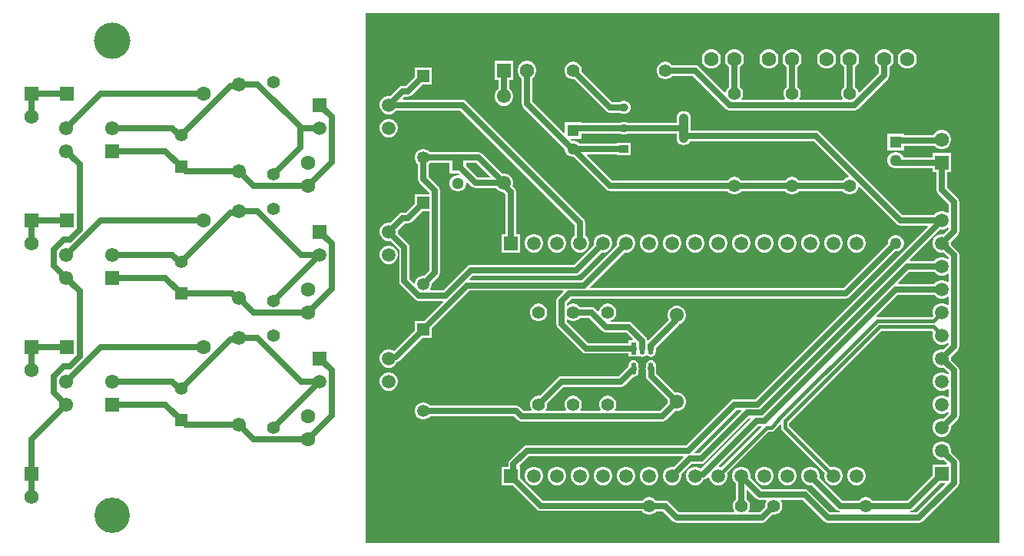
<source format=gbl>
G04*
G04 #@! TF.GenerationSoftware,Altium Limited,Altium Designer,18.0.7 (293)*
G04*
G04 Layer_Physical_Order=2*
G04 Layer_Color=16711680*
%FSLAX24Y24*%
%MOIN*%
G70*
G01*
G75*
%ADD16R,0.0610X0.0610*%
%ADD17C,0.0610*%
%ADD33R,0.0618X0.0618*%
%ADD34R,0.0618X0.0618*%
%ADD35C,0.0618*%
%ADD38C,0.0250*%
%ADD39C,0.1575*%
%ADD40C,0.1535*%
%ADD41R,0.0598X0.0598*%
%ADD42C,0.0598*%
%ADD43C,0.0551*%
%ADD44R,0.0531X0.0531*%
%ADD45C,0.0531*%
%ADD46C,0.0630*%
%ADD47R,0.0630X0.0630*%
%ADD48C,0.0512*%
%ADD49R,0.0512X0.0512*%
%ADD50R,0.0598X0.0598*%
%ADD51C,0.0591*%
%ADD52R,0.0591X0.0591*%
%ADD53R,0.0551X0.0551*%
%ADD54C,0.0500*%
%ADD55R,0.0395X0.0343*%
G04:AMPARAMS|DCode=56|XSize=39.5mil|YSize=125.3mil|CornerRadius=17.2mil|HoleSize=0mil|Usage=FLASHONLY|Rotation=0.000|XOffset=0mil|YOffset=0mil|HoleType=Round|Shape=RoundedRectangle|*
%AMROUNDEDRECTD56*
21,1,0.0395,0.0909,0,0,0.0*
21,1,0.0051,0.1253,0,0,0.0*
1,1,0.0344,0.0026,-0.0454*
1,1,0.0344,-0.0026,-0.0454*
1,1,0.0344,-0.0026,0.0454*
1,1,0.0344,0.0026,0.0454*
%
%ADD56ROUNDEDRECTD56*%
G04:AMPARAMS|DCode=57|XSize=39.5mil|YSize=34.3mil|CornerRadius=17.2mil|HoleSize=0mil|Usage=FLASHONLY|Rotation=0.000|XOffset=0mil|YOffset=0mil|HoleType=Round|Shape=RoundedRectangle|*
%AMROUNDEDRECTD57*
21,1,0.0395,0.0000,0,0,0.0*
21,1,0.0052,0.0343,0,0,0.0*
1,1,0.0343,0.0026,0.0000*
1,1,0.0343,-0.0026,0.0000*
1,1,0.0343,-0.0026,0.0000*
1,1,0.0343,0.0026,0.0000*
%
%ADD57ROUNDEDRECTD57*%
G04:AMPARAMS|DCode=58|XSize=52.7mil|YSize=22.8mil|CornerRadius=11.4mil|HoleSize=0mil|Usage=FLASHONLY|Rotation=270.000|XOffset=0mil|YOffset=0mil|HoleType=Round|Shape=RoundedRectangle|*
%AMROUNDEDRECTD58*
21,1,0.0527,0.0000,0,0,270.0*
21,1,0.0299,0.0228,0,0,270.0*
1,1,0.0228,0.0000,-0.0150*
1,1,0.0228,0.0000,0.0150*
1,1,0.0228,0.0000,0.0150*
1,1,0.0228,0.0000,-0.0150*
%
%ADD58ROUNDEDRECTD58*%
%ADD59R,0.0228X0.0527*%
%ADD60C,0.0150*%
G36*
X44000Y0D02*
X16500D01*
Y23000D01*
X44000D01*
Y0D01*
D02*
G37*
%LPC*%
G36*
X40055Y21415D02*
X39945D01*
X39840Y21387D01*
X39745Y21332D01*
X39668Y21255D01*
X39613Y21160D01*
X39585Y21055D01*
Y20945D01*
X39613Y20840D01*
X39668Y20745D01*
X39745Y20668D01*
X39840Y20613D01*
X39945Y20585D01*
X40055D01*
X40160Y20613D01*
X40255Y20668D01*
X40332Y20745D01*
X40387Y20840D01*
X40415Y20945D01*
Y21055D01*
X40387Y21160D01*
X40332Y21255D01*
X40255Y21332D01*
X40160Y21387D01*
X40055Y21415D01*
D02*
G37*
G36*
X36555D02*
X36445D01*
X36340Y21387D01*
X36245Y21332D01*
X36168Y21255D01*
X36113Y21160D01*
X36085Y21055D01*
Y20945D01*
X36113Y20840D01*
X36168Y20745D01*
X36245Y20668D01*
X36340Y20613D01*
X36445Y20585D01*
X36555D01*
X36660Y20613D01*
X36755Y20668D01*
X36832Y20745D01*
X36887Y20840D01*
X36915Y20945D01*
Y21055D01*
X36887Y21160D01*
X36832Y21255D01*
X36755Y21332D01*
X36660Y21387D01*
X36555Y21415D01*
D02*
G37*
G36*
X34055D02*
X33945D01*
X33840Y21387D01*
X33745Y21332D01*
X33668Y21255D01*
X33613Y21160D01*
X33585Y21055D01*
Y20945D01*
X33613Y20840D01*
X33668Y20745D01*
X33745Y20668D01*
X33840Y20613D01*
X33945Y20585D01*
X34055D01*
X34160Y20613D01*
X34255Y20668D01*
X34332Y20745D01*
X34387Y20840D01*
X34415Y20945D01*
Y21055D01*
X34387Y21160D01*
X34332Y21255D01*
X34255Y21332D01*
X34160Y21387D01*
X34055Y21415D01*
D02*
G37*
G36*
X31555D02*
X31445D01*
X31340Y21387D01*
X31245Y21332D01*
X31168Y21255D01*
X31113Y21160D01*
X31085Y21055D01*
Y20945D01*
X31113Y20840D01*
X31168Y20745D01*
X31245Y20668D01*
X31340Y20613D01*
X31445Y20585D01*
X31555D01*
X31660Y20613D01*
X31755Y20668D01*
X31832Y20745D01*
X31887Y20840D01*
X31915Y20945D01*
Y21055D01*
X31887Y21160D01*
X31832Y21255D01*
X31755Y21332D01*
X31660Y21387D01*
X31555Y21415D01*
D02*
G37*
G36*
X39055D02*
X38945D01*
X38840Y21387D01*
X38745Y21332D01*
X38668Y21255D01*
X38613Y21160D01*
X38585Y21055D01*
Y20945D01*
X38613Y20840D01*
X38668Y20745D01*
X38745Y20668D01*
X38771Y20653D01*
Y20387D01*
X37921Y19537D01*
X37873Y19560D01*
X37850Y19645D01*
X37801Y19731D01*
X37731Y19801D01*
X37729Y19801D01*
Y20653D01*
X37755Y20668D01*
X37832Y20745D01*
X37887Y20840D01*
X37915Y20945D01*
Y21055D01*
X37887Y21160D01*
X37832Y21255D01*
X37755Y21332D01*
X37660Y21387D01*
X37555Y21415D01*
X37445D01*
X37340Y21387D01*
X37245Y21332D01*
X37168Y21255D01*
X37113Y21160D01*
X37085Y21055D01*
Y20945D01*
X37113Y20840D01*
X37168Y20745D01*
X37245Y20668D01*
X37271Y20653D01*
Y19801D01*
X37269Y19801D01*
X37199Y19731D01*
X37150Y19645D01*
X37124Y19549D01*
Y19451D01*
X37150Y19355D01*
X37194Y19279D01*
X37176Y19229D01*
X35324D01*
X35306Y19279D01*
X35350Y19355D01*
X35376Y19451D01*
Y19549D01*
X35350Y19645D01*
X35301Y19731D01*
X35231Y19801D01*
X35229Y19801D01*
Y20653D01*
X35255Y20668D01*
X35332Y20745D01*
X35387Y20840D01*
X35415Y20945D01*
Y21055D01*
X35387Y21160D01*
X35332Y21255D01*
X35255Y21332D01*
X35160Y21387D01*
X35055Y21415D01*
X34945D01*
X34840Y21387D01*
X34745Y21332D01*
X34668Y21255D01*
X34613Y21160D01*
X34585Y21055D01*
Y20945D01*
X34613Y20840D01*
X34668Y20745D01*
X34745Y20668D01*
X34771Y20653D01*
Y19801D01*
X34769Y19801D01*
X34699Y19731D01*
X34650Y19645D01*
X34624Y19549D01*
Y19451D01*
X34650Y19355D01*
X34694Y19279D01*
X34676Y19229D01*
X32824D01*
X32806Y19279D01*
X32850Y19355D01*
X32876Y19451D01*
Y19549D01*
X32850Y19645D01*
X32801Y19731D01*
X32731Y19801D01*
X32729Y19801D01*
Y20653D01*
X32755Y20668D01*
X32832Y20745D01*
X32887Y20840D01*
X32915Y20945D01*
Y21055D01*
X32887Y21160D01*
X32832Y21255D01*
X32755Y21332D01*
X32660Y21387D01*
X32555Y21415D01*
X32445D01*
X32340Y21387D01*
X32245Y21332D01*
X32168Y21255D01*
X32113Y21160D01*
X32085Y21055D01*
Y20945D01*
X32113Y20840D01*
X32168Y20745D01*
X32245Y20668D01*
X32271Y20653D01*
Y19801D01*
X32269Y19801D01*
X32199Y19731D01*
X32150Y19645D01*
X32127Y19560D01*
X32079Y19537D01*
X30954Y20662D01*
X30880Y20712D01*
X30792Y20729D01*
X29801D01*
X29801Y20731D01*
X29731Y20801D01*
X29645Y20850D01*
X29549Y20876D01*
X29451D01*
X29355Y20850D01*
X29269Y20801D01*
X29199Y20731D01*
X29150Y20645D01*
X29124Y20549D01*
Y20451D01*
X29150Y20355D01*
X29199Y20269D01*
X29269Y20199D01*
X29355Y20150D01*
X29451Y20124D01*
X29549D01*
X29645Y20150D01*
X29731Y20199D01*
X29801Y20269D01*
X29801Y20271D01*
X30697D01*
X32130Y18837D01*
X32205Y18787D01*
X32293Y18770D01*
X37707D01*
X37795Y18787D01*
X37870Y18837D01*
X39162Y20130D01*
X39212Y20204D01*
X39229Y20292D01*
Y20653D01*
X39255Y20668D01*
X39332Y20745D01*
X39387Y20840D01*
X39415Y20945D01*
Y21055D01*
X39387Y21160D01*
X39332Y21255D01*
X39255Y21332D01*
X39160Y21387D01*
X39055Y21415D01*
D02*
G37*
G36*
X19366Y20637D02*
X18634D01*
Y20230D01*
X18231Y19827D01*
X18098D01*
X18010Y19810D01*
X17936Y19760D01*
X17567Y19391D01*
X17552Y19395D01*
X17448D01*
X17347Y19368D01*
X17257Y19316D01*
X17184Y19243D01*
X17132Y19153D01*
X17105Y19052D01*
Y18948D01*
X17132Y18847D01*
X17184Y18757D01*
X17257Y18684D01*
X17347Y18632D01*
X17448Y18605D01*
X17552D01*
X17653Y18632D01*
X17743Y18684D01*
X17816Y18757D01*
X17824Y18771D01*
X20605D01*
X25571Y13805D01*
Y13329D01*
X25555Y13319D01*
X25481Y13245D01*
X25428Y13154D01*
X25401Y13053D01*
Y12947D01*
X25428Y12846D01*
X25481Y12755D01*
X25555Y12681D01*
X25646Y12628D01*
X25747Y12601D01*
X25853D01*
X25954Y12628D01*
X26045Y12681D01*
X26119Y12755D01*
X26172Y12846D01*
X26199Y12947D01*
Y13053D01*
X26172Y13154D01*
X26119Y13245D01*
X26045Y13319D01*
X26029Y13329D01*
Y13900D01*
X26012Y13988D01*
X25962Y14062D01*
X20862Y19162D01*
X20788Y19212D01*
X20700Y19229D01*
X18119D01*
X18100Y19276D01*
X18193Y19369D01*
X18326D01*
X18414Y19386D01*
X18489Y19436D01*
X18959Y19906D01*
X19366D01*
Y20637D01*
D02*
G37*
G36*
X22909Y20909D02*
X22091D01*
Y20091D01*
X22271D01*
Y19713D01*
X22251Y19702D01*
X22176Y19627D01*
X22122Y19534D01*
X22095Y19431D01*
Y19325D01*
X22122Y19222D01*
X22176Y19129D01*
X22251Y19054D01*
X22344Y19000D01*
X22447Y18973D01*
X22553D01*
X22656Y19000D01*
X22749Y19054D01*
X22824Y19129D01*
X22878Y19222D01*
X22905Y19325D01*
Y19431D01*
X22878Y19534D01*
X22824Y19627D01*
X22749Y19702D01*
X22729Y19713D01*
Y20091D01*
X22909D01*
Y20909D01*
D02*
G37*
G36*
X25549Y20876D02*
X25451D01*
X25355Y20850D01*
X25269Y20801D01*
X25199Y20731D01*
X25150Y20645D01*
X25124Y20549D01*
Y20451D01*
X25150Y20355D01*
X25199Y20269D01*
X25269Y20199D01*
X25355Y20150D01*
X25451Y20124D01*
X25549D01*
X25551Y20125D01*
X26936Y18739D01*
X27011Y18690D01*
X27098Y18672D01*
X27529D01*
X27540Y18664D01*
X27606Y18637D01*
X27677Y18628D01*
X27729D01*
X27800Y18637D01*
X27866Y18664D01*
X27923Y18708D01*
X27966Y18765D01*
X27993Y18831D01*
X28003Y18902D01*
X27993Y18973D01*
X27966Y19039D01*
X27923Y19095D01*
X27866Y19139D01*
X27800Y19166D01*
X27729Y19176D01*
X27677D01*
X27606Y19166D01*
X27540Y19139D01*
X27529Y19131D01*
X27193D01*
X25875Y20449D01*
X25876Y20451D01*
Y20549D01*
X25850Y20645D01*
X25801Y20731D01*
X25731Y20801D01*
X25645Y20850D01*
X25549Y20876D01*
D02*
G37*
G36*
X41554Y17909D02*
X41446D01*
X41342Y17881D01*
X41249Y17827D01*
X41173Y17751D01*
X41129Y17676D01*
X39856D01*
Y17750D01*
X39144D01*
Y17038D01*
X39856D01*
Y17217D01*
X41204D01*
X41249Y17173D01*
X41342Y17119D01*
X41446Y17091D01*
X41554D01*
X41658Y17119D01*
X41751Y17173D01*
X41827Y17249D01*
X41881Y17342D01*
X41909Y17446D01*
Y17554D01*
X41881Y17658D01*
X41827Y17751D01*
X41751Y17827D01*
X41658Y17881D01*
X41554Y17909D01*
D02*
G37*
G36*
X17552Y18395D02*
X17448D01*
X17347Y18368D01*
X17257Y18316D01*
X17184Y18243D01*
X17132Y18153D01*
X17105Y18052D01*
Y17948D01*
X17132Y17847D01*
X17184Y17757D01*
X17257Y17684D01*
X17347Y17632D01*
X17448Y17605D01*
X17552D01*
X17653Y17632D01*
X17743Y17684D01*
X17816Y17757D01*
X17868Y17847D01*
X17895Y17948D01*
Y18052D01*
X17868Y18153D01*
X17816Y18243D01*
X17743Y18316D01*
X17653Y18368D01*
X17552Y18395D01*
D02*
G37*
G36*
X37853Y13399D02*
X37747D01*
X37646Y13372D01*
X37555Y13319D01*
X37481Y13245D01*
X37428Y13154D01*
X37401Y13053D01*
Y12947D01*
X37428Y12846D01*
X37481Y12755D01*
X37555Y12681D01*
X37646Y12628D01*
X37747Y12601D01*
X37853D01*
X37954Y12628D01*
X38045Y12681D01*
X38119Y12755D01*
X38172Y12846D01*
X38199Y12947D01*
Y13053D01*
X38172Y13154D01*
X38119Y13245D01*
X38045Y13319D01*
X37954Y13372D01*
X37853Y13399D01*
D02*
G37*
G36*
X36853D02*
X36747D01*
X36646Y13372D01*
X36555Y13319D01*
X36481Y13245D01*
X36428Y13154D01*
X36401Y13053D01*
Y12947D01*
X36428Y12846D01*
X36481Y12755D01*
X36555Y12681D01*
X36646Y12628D01*
X36747Y12601D01*
X36853D01*
X36954Y12628D01*
X37045Y12681D01*
X37119Y12755D01*
X37172Y12846D01*
X37199Y12947D01*
Y13053D01*
X37172Y13154D01*
X37119Y13245D01*
X37045Y13319D01*
X36954Y13372D01*
X36853Y13399D01*
D02*
G37*
G36*
X35853D02*
X35747D01*
X35646Y13372D01*
X35555Y13319D01*
X35481Y13245D01*
X35428Y13154D01*
X35401Y13053D01*
Y12947D01*
X35428Y12846D01*
X35481Y12755D01*
X35555Y12681D01*
X35646Y12628D01*
X35747Y12601D01*
X35853D01*
X35954Y12628D01*
X36045Y12681D01*
X36119Y12755D01*
X36172Y12846D01*
X36199Y12947D01*
Y13053D01*
X36172Y13154D01*
X36119Y13245D01*
X36045Y13319D01*
X35954Y13372D01*
X35853Y13399D01*
D02*
G37*
G36*
X34853D02*
X34747D01*
X34646Y13372D01*
X34555Y13319D01*
X34481Y13245D01*
X34428Y13154D01*
X34401Y13053D01*
Y12947D01*
X34428Y12846D01*
X34481Y12755D01*
X34555Y12681D01*
X34646Y12628D01*
X34747Y12601D01*
X34853D01*
X34954Y12628D01*
X35045Y12681D01*
X35119Y12755D01*
X35172Y12846D01*
X35199Y12947D01*
Y13053D01*
X35172Y13154D01*
X35119Y13245D01*
X35045Y13319D01*
X34954Y13372D01*
X34853Y13399D01*
D02*
G37*
G36*
X33853D02*
X33747D01*
X33646Y13372D01*
X33555Y13319D01*
X33481Y13245D01*
X33428Y13154D01*
X33401Y13053D01*
Y12947D01*
X33428Y12846D01*
X33481Y12755D01*
X33555Y12681D01*
X33646Y12628D01*
X33747Y12601D01*
X33853D01*
X33954Y12628D01*
X34045Y12681D01*
X34119Y12755D01*
X34172Y12846D01*
X34199Y12947D01*
Y13053D01*
X34172Y13154D01*
X34119Y13245D01*
X34045Y13319D01*
X33954Y13372D01*
X33853Y13399D01*
D02*
G37*
G36*
X32853D02*
X32747D01*
X32646Y13372D01*
X32555Y13319D01*
X32481Y13245D01*
X32428Y13154D01*
X32401Y13053D01*
Y12947D01*
X32428Y12846D01*
X32481Y12755D01*
X32555Y12681D01*
X32646Y12628D01*
X32747Y12601D01*
X32853D01*
X32954Y12628D01*
X33045Y12681D01*
X33119Y12755D01*
X33172Y12846D01*
X33199Y12947D01*
Y13053D01*
X33172Y13154D01*
X33119Y13245D01*
X33045Y13319D01*
X32954Y13372D01*
X32853Y13399D01*
D02*
G37*
G36*
X31853D02*
X31747D01*
X31646Y13372D01*
X31555Y13319D01*
X31481Y13245D01*
X31428Y13154D01*
X31401Y13053D01*
Y12947D01*
X31428Y12846D01*
X31481Y12755D01*
X31555Y12681D01*
X31646Y12628D01*
X31747Y12601D01*
X31853D01*
X31954Y12628D01*
X32045Y12681D01*
X32119Y12755D01*
X32172Y12846D01*
X32199Y12947D01*
Y13053D01*
X32172Y13154D01*
X32119Y13245D01*
X32045Y13319D01*
X31954Y13372D01*
X31853Y13399D01*
D02*
G37*
G36*
X30853D02*
X30747D01*
X30646Y13372D01*
X30555Y13319D01*
X30481Y13245D01*
X30428Y13154D01*
X30401Y13053D01*
Y12947D01*
X30428Y12846D01*
X30481Y12755D01*
X30555Y12681D01*
X30646Y12628D01*
X30747Y12601D01*
X30853D01*
X30954Y12628D01*
X31045Y12681D01*
X31119Y12755D01*
X31172Y12846D01*
X31199Y12947D01*
Y13053D01*
X31172Y13154D01*
X31119Y13245D01*
X31045Y13319D01*
X30954Y13372D01*
X30853Y13399D01*
D02*
G37*
G36*
X29853D02*
X29747D01*
X29646Y13372D01*
X29555Y13319D01*
X29481Y13245D01*
X29428Y13154D01*
X29401Y13053D01*
Y12947D01*
X29428Y12846D01*
X29481Y12755D01*
X29555Y12681D01*
X29646Y12628D01*
X29747Y12601D01*
X29853D01*
X29954Y12628D01*
X30045Y12681D01*
X30119Y12755D01*
X30172Y12846D01*
X30199Y12947D01*
Y13053D01*
X30172Y13154D01*
X30119Y13245D01*
X30045Y13319D01*
X29954Y13372D01*
X29853Y13399D01*
D02*
G37*
G36*
X28853D02*
X28747D01*
X28646Y13372D01*
X28555Y13319D01*
X28481Y13245D01*
X28428Y13154D01*
X28401Y13053D01*
Y12947D01*
X28428Y12846D01*
X28481Y12755D01*
X28555Y12681D01*
X28646Y12628D01*
X28747Y12601D01*
X28853D01*
X28954Y12628D01*
X29045Y12681D01*
X29119Y12755D01*
X29172Y12846D01*
X29199Y12947D01*
Y13053D01*
X29172Y13154D01*
X29119Y13245D01*
X29045Y13319D01*
X28954Y13372D01*
X28853Y13399D01*
D02*
G37*
G36*
X24853D02*
X24747D01*
X24646Y13372D01*
X24555Y13319D01*
X24481Y13245D01*
X24428Y13154D01*
X24401Y13053D01*
Y12947D01*
X24428Y12846D01*
X24481Y12755D01*
X24555Y12681D01*
X24646Y12628D01*
X24747Y12601D01*
X24853D01*
X24954Y12628D01*
X25045Y12681D01*
X25119Y12755D01*
X25172Y12846D01*
X25199Y12947D01*
Y13053D01*
X25172Y13154D01*
X25119Y13245D01*
X25045Y13319D01*
X24954Y13372D01*
X24853Y13399D01*
D02*
G37*
G36*
X23853D02*
X23747D01*
X23646Y13372D01*
X23555Y13319D01*
X23481Y13245D01*
X23428Y13154D01*
X23401Y13053D01*
Y12947D01*
X23428Y12846D01*
X23481Y12755D01*
X23555Y12681D01*
X23646Y12628D01*
X23747Y12601D01*
X23853D01*
X23954Y12628D01*
X24045Y12681D01*
X24119Y12755D01*
X24172Y12846D01*
X24199Y12947D01*
Y13053D01*
X24172Y13154D01*
X24119Y13245D01*
X24045Y13319D01*
X23954Y13372D01*
X23853Y13399D01*
D02*
G37*
G36*
X19048Y17094D02*
X18952D01*
X18859Y17069D01*
X18775Y17021D01*
X18707Y16953D01*
X18659Y16870D01*
X18634Y16776D01*
Y16680D01*
X18659Y16587D01*
X18707Y16504D01*
X18771Y16441D01*
Y15778D01*
X18788Y15690D01*
X18838Y15616D01*
X19261Y15192D01*
Y15137D01*
X18634D01*
Y14730D01*
X18231Y14327D01*
X18098D01*
X18010Y14310D01*
X17936Y14260D01*
X17567Y13891D01*
X17552Y13895D01*
X17448D01*
X17347Y13868D01*
X17257Y13816D01*
X17184Y13743D01*
X17132Y13653D01*
X17105Y13552D01*
Y13448D01*
X17132Y13347D01*
X17184Y13257D01*
X17257Y13184D01*
X17347Y13132D01*
X17448Y13105D01*
X17552D01*
X17567Y13109D01*
X17952Y12724D01*
Y11353D01*
X17969Y11266D01*
X18019Y11191D01*
X18635Y10575D01*
X18709Y10526D01*
X18797Y10508D01*
X19847D01*
X19866Y10462D01*
X19041Y9637D01*
X18634D01*
Y9230D01*
X17728Y8325D01*
X17653Y8368D01*
X17552Y8395D01*
X17448D01*
X17347Y8368D01*
X17257Y8316D01*
X17184Y8243D01*
X17132Y8153D01*
X17105Y8052D01*
Y7948D01*
X17132Y7847D01*
X17184Y7757D01*
X17257Y7684D01*
X17347Y7632D01*
X17448Y7605D01*
X17552D01*
X17653Y7632D01*
X17743Y7684D01*
X17816Y7757D01*
X17868Y7847D01*
X17869Y7851D01*
X17881Y7853D01*
X17956Y7903D01*
X18959Y8906D01*
X19366D01*
Y9313D01*
X20996Y10943D01*
X25053D01*
X25072Y10897D01*
X24837Y10662D01*
X24787Y10588D01*
X24770Y10500D01*
Y9793D01*
X24771Y9790D01*
Y9500D01*
X24788Y9412D01*
X24838Y9338D01*
X25898Y8277D01*
X25973Y8228D01*
X26061Y8210D01*
X27912D01*
Y8076D01*
X28340D01*
Y8080D01*
X28390Y8106D01*
X28417Y8088D01*
X28500Y8072D01*
X28583Y8088D01*
X28654Y8136D01*
X28662Y8147D01*
X28712D01*
X28720Y8136D01*
X28791Y8088D01*
X28874Y8072D01*
X28957Y8088D01*
X29028Y8136D01*
X29075Y8206D01*
X29092Y8290D01*
Y8382D01*
X29103Y8439D01*
Y8472D01*
X30093Y9462D01*
X30111Y9488D01*
X30156Y9500D01*
X30249Y9554D01*
X30324Y9629D01*
X30378Y9722D01*
X30405Y9825D01*
Y9931D01*
X30378Y10034D01*
X30324Y10127D01*
X30249Y10202D01*
X30156Y10255D01*
X30053Y10283D01*
X29947D01*
X29844Y10255D01*
X29751Y10202D01*
X29676Y10127D01*
X29622Y10034D01*
X29595Y9931D01*
Y9825D01*
X29622Y9722D01*
X29653Y9670D01*
X28767Y8784D01*
X28713Y8800D01*
X28701Y8860D01*
X28651Y8934D01*
X28054Y9531D01*
X27979Y9581D01*
X27892Y9599D01*
X27146D01*
X27140Y9649D01*
X27145Y9650D01*
X27231Y9699D01*
X27301Y9769D01*
X27350Y9855D01*
X27376Y9951D01*
Y10049D01*
X27350Y10145D01*
X27301Y10231D01*
X27231Y10301D01*
X27145Y10350D01*
X27049Y10376D01*
X26951D01*
X26855Y10350D01*
X26769Y10301D01*
X26699Y10231D01*
X26650Y10145D01*
X26627Y10060D01*
X26579Y10037D01*
X26454Y10162D01*
X26380Y10212D01*
X26292Y10229D01*
X25801D01*
X25801Y10231D01*
X25731Y10301D01*
X25645Y10350D01*
X25549Y10376D01*
X25451D01*
X25355Y10350D01*
X25279Y10306D01*
X25229Y10324D01*
Y10405D01*
X25417Y10593D01*
X37323D01*
X37411Y10611D01*
X37485Y10661D01*
X39474Y12650D01*
X39546D01*
X39635Y12674D01*
X39715Y12720D01*
X39780Y12785D01*
X39826Y12865D01*
X39850Y12954D01*
Y13046D01*
X39826Y13135D01*
X39780Y13215D01*
X39715Y13280D01*
X39635Y13326D01*
X39546Y13350D01*
X39454D01*
X39365Y13326D01*
X39285Y13280D01*
X39220Y13215D01*
X39174Y13135D01*
X39150Y13046D01*
Y12974D01*
X37228Y11052D01*
X26242D01*
X26223Y11098D01*
X27730Y12605D01*
X27747Y12601D01*
X27853D01*
X27954Y12628D01*
X28045Y12681D01*
X28119Y12755D01*
X28172Y12846D01*
X28199Y12947D01*
Y13053D01*
X28172Y13154D01*
X28119Y13245D01*
X28045Y13319D01*
X27954Y13372D01*
X27853Y13399D01*
X27747D01*
X27646Y13372D01*
X27555Y13319D01*
X27481Y13245D01*
X27428Y13154D01*
X27401Y13053D01*
Y12947D01*
X27405Y12930D01*
X25878Y11402D01*
X21025D01*
X21006Y11448D01*
X21164Y11606D01*
X25635D01*
X25723Y11624D01*
X25798Y11673D01*
X26730Y12605D01*
X26747Y12601D01*
X26853D01*
X26954Y12628D01*
X27045Y12681D01*
X27119Y12755D01*
X27172Y12846D01*
X27199Y12947D01*
Y13053D01*
X27172Y13154D01*
X27119Y13245D01*
X27045Y13319D01*
X26954Y13372D01*
X26853Y13399D01*
X26747D01*
X26646Y13372D01*
X26555Y13319D01*
X26481Y13245D01*
X26428Y13154D01*
X26401Y13053D01*
Y12947D01*
X26405Y12930D01*
X25540Y12065D01*
X21069D01*
X20981Y12047D01*
X20907Y11998D01*
X19876Y10967D01*
X19321D01*
X19300Y11017D01*
X19341Y11087D01*
X19366Y11180D01*
Y11270D01*
X19653Y11557D01*
X19703Y11631D01*
X19720Y11719D01*
Y15287D01*
X19703Y15375D01*
X19653Y15449D01*
X19229Y15873D01*
Y16441D01*
X19288Y16499D01*
X20144D01*
Y16038D01*
X20530D01*
X20559Y16003D01*
X20534Y15962D01*
X20453D01*
X20363Y15938D01*
X20281Y15891D01*
X20215Y15825D01*
X20168Y15744D01*
X20144Y15653D01*
Y15559D01*
X20168Y15469D01*
X20215Y15388D01*
X20281Y15322D01*
X20363Y15275D01*
X20453Y15250D01*
X20547D01*
X20637Y15275D01*
X20719Y15322D01*
X20785Y15388D01*
X20832Y15469D01*
X20856Y15559D01*
Y15643D01*
X20899Y15671D01*
X21109Y15460D01*
X21184Y15410D01*
X21272Y15393D01*
X22165D01*
X22176Y15373D01*
X22251Y15298D01*
X22344Y15245D01*
X22447Y15217D01*
X22483D01*
X22571Y15130D01*
Y13399D01*
X22401D01*
Y12601D01*
X23199D01*
Y13399D01*
X23029D01*
Y15225D01*
X23012Y15312D01*
X22962Y15387D01*
X22879Y15470D01*
X22905Y15569D01*
Y15675D01*
X22878Y15778D01*
X22824Y15871D01*
X22749Y15946D01*
X22656Y16000D01*
X22553Y16027D01*
X22447D01*
X22425Y16021D01*
X21556Y16891D01*
X21481Y16940D01*
X21394Y16958D01*
X19288D01*
X19225Y17021D01*
X19141Y17069D01*
X19048Y17094D01*
D02*
G37*
G36*
X17552Y12895D02*
X17448D01*
X17347Y12868D01*
X17257Y12816D01*
X17184Y12743D01*
X17132Y12653D01*
X17105Y12552D01*
Y12448D01*
X17132Y12347D01*
X17184Y12257D01*
X17257Y12184D01*
X17347Y12132D01*
X17448Y12105D01*
X17552D01*
X17653Y12132D01*
X17743Y12184D01*
X17816Y12257D01*
X17868Y12347D01*
X17895Y12448D01*
Y12552D01*
X17868Y12653D01*
X17816Y12743D01*
X17743Y12816D01*
X17653Y12868D01*
X17552Y12895D01*
D02*
G37*
G36*
X24049Y10376D02*
X23951D01*
X23855Y10350D01*
X23769Y10301D01*
X23699Y10231D01*
X23650Y10145D01*
X23624Y10049D01*
Y9951D01*
X23650Y9855D01*
X23699Y9769D01*
X23769Y9699D01*
X23855Y9650D01*
X23951Y9624D01*
X24049D01*
X24145Y9650D01*
X24231Y9699D01*
X24301Y9769D01*
X24350Y9855D01*
X24376Y9951D01*
Y10049D01*
X24350Y10145D01*
X24301Y10231D01*
X24231Y10301D01*
X24145Y10350D01*
X24049Y10376D01*
D02*
G37*
G36*
X23554Y20909D02*
X23446D01*
X23342Y20881D01*
X23249Y20827D01*
X23173Y20751D01*
X23119Y20658D01*
X23091Y20554D01*
Y20446D01*
X23119Y20342D01*
X23173Y20249D01*
X23249Y20173D01*
X23271Y20160D01*
Y19064D01*
X23288Y18976D01*
X23338Y18901D01*
X25144Y17095D01*
Y17059D01*
X25168Y16969D01*
X25215Y16888D01*
X25281Y16822D01*
X25363Y16775D01*
X25453Y16750D01*
X25531D01*
X26944Y15338D01*
X27019Y15288D01*
X27106Y15271D01*
X32199D01*
X32199Y15269D01*
X32269Y15199D01*
X32355Y15150D01*
X32451Y15124D01*
X32549D01*
X32645Y15150D01*
X32731Y15199D01*
X32801Y15269D01*
X32801Y15271D01*
X34699D01*
X34699Y15269D01*
X34769Y15199D01*
X34855Y15150D01*
X34951Y15124D01*
X35049D01*
X35145Y15150D01*
X35231Y15199D01*
X35301Y15269D01*
X35301Y15271D01*
X37199D01*
X37199Y15269D01*
X37269Y15199D01*
X37355Y15150D01*
X37451Y15124D01*
X37549D01*
X37645Y15150D01*
X37731Y15199D01*
X37801Y15269D01*
X37850Y15355D01*
X37873Y15440D01*
X37921Y15463D01*
X39546Y13838D01*
X39620Y13788D01*
X39708Y13771D01*
X40881D01*
X40900Y13724D01*
X33405Y6229D01*
X32500D01*
X32412Y6212D01*
X32338Y6162D01*
X30405Y4229D01*
X23500D01*
X23412Y4212D01*
X23338Y4162D01*
X22752Y3577D01*
X22702Y3502D01*
X22685Y3414D01*
Y3299D01*
X22401D01*
Y2501D01*
X22875D01*
X23933Y1442D01*
X24008Y1393D01*
X24095Y1375D01*
X28496D01*
X28499Y1369D01*
X28569Y1299D01*
X28655Y1250D01*
X28751Y1224D01*
X28849D01*
X28945Y1250D01*
X29031Y1299D01*
X29101Y1369D01*
X29101Y1371D01*
X29413D01*
X29846Y937D01*
X29921Y887D01*
X30009Y870D01*
X33699D01*
X33787Y887D01*
X33862Y937D01*
X34149Y1225D01*
X34151Y1224D01*
X34249D01*
X34345Y1250D01*
X34431Y1299D01*
X34501Y1369D01*
X34550Y1455D01*
X34576Y1551D01*
Y1649D01*
X34550Y1745D01*
X34506Y1821D01*
X34524Y1871D01*
X35455D01*
X36389Y937D01*
X36463Y887D01*
X36551Y870D01*
X40516D01*
X40604Y887D01*
X40678Y937D01*
X42186Y2445D01*
X42236Y2520D01*
X42254Y2608D01*
Y3476D01*
X42236Y3564D01*
X42186Y3638D01*
X41895Y3930D01*
X41899Y3947D01*
Y4053D01*
X41872Y4154D01*
X41819Y4245D01*
X41745Y4319D01*
X41654Y4372D01*
X41553Y4399D01*
X41447D01*
X41346Y4372D01*
X41255Y4319D01*
X41181Y4245D01*
X41128Y4154D01*
X41101Y4053D01*
Y3947D01*
X41128Y3846D01*
X41181Y3755D01*
X41255Y3681D01*
X41346Y3628D01*
X41447Y3601D01*
X41553D01*
X41570Y3605D01*
X41730Y3445D01*
X41711Y3399D01*
X41101D01*
Y2925D01*
X40005Y1829D01*
X38501D01*
X38501Y1831D01*
X38431Y1901D01*
X38345Y1950D01*
X38249Y1976D01*
X38151D01*
X38055Y1950D01*
X37969Y1901D01*
X37899Y1831D01*
X37899Y1829D01*
X37195D01*
X36195Y2830D01*
X36199Y2847D01*
Y2953D01*
X36172Y3054D01*
X36119Y3145D01*
X36045Y3219D01*
X35954Y3272D01*
X35853Y3299D01*
X35747D01*
X35646Y3272D01*
X35555Y3219D01*
X35481Y3145D01*
X35428Y3054D01*
X35401Y2953D01*
Y2847D01*
X35428Y2746D01*
X35481Y2655D01*
X35555Y2581D01*
X35646Y2528D01*
X35747Y2501D01*
X35853D01*
X35870Y2505D01*
X36938Y1438D01*
X37012Y1388D01*
X37059Y1379D01*
X37054Y1329D01*
X36646D01*
X35712Y2263D01*
X35638Y2313D01*
X35550Y2330D01*
X33694D01*
X33195Y2830D01*
X33199Y2847D01*
Y2953D01*
X33172Y3054D01*
X33119Y3145D01*
X33045Y3219D01*
X32954Y3272D01*
X32853Y3299D01*
X32747D01*
X32646Y3272D01*
X32555Y3219D01*
X32481Y3145D01*
X32428Y3054D01*
X32401Y2953D01*
Y2847D01*
X32428Y2746D01*
X32481Y2655D01*
X32555Y2581D01*
X32571Y2571D01*
Y1901D01*
X32569Y1901D01*
X32499Y1831D01*
X32450Y1745D01*
X32424Y1649D01*
Y1551D01*
X32450Y1455D01*
X32494Y1379D01*
X32476Y1329D01*
X30104D01*
X29670Y1762D01*
X29596Y1812D01*
X29508Y1829D01*
X29101D01*
X29101Y1831D01*
X29031Y1901D01*
X28945Y1950D01*
X28849Y1976D01*
X28751D01*
X28655Y1950D01*
X28569Y1901D01*
X28503Y1834D01*
X24191D01*
X23199Y2825D01*
Y3299D01*
X23194D01*
X23174Y3349D01*
X23595Y3771D01*
X30281D01*
X30300Y3724D01*
X29870Y3295D01*
X29853Y3299D01*
X29747D01*
X29646Y3272D01*
X29555Y3219D01*
X29481Y3145D01*
X29428Y3054D01*
X29401Y2953D01*
Y2847D01*
X29428Y2746D01*
X29481Y2655D01*
X29555Y2581D01*
X29646Y2528D01*
X29747Y2501D01*
X29853D01*
X29954Y2528D01*
X30045Y2581D01*
X30119Y2655D01*
X30172Y2746D01*
X30199Y2847D01*
Y2953D01*
X30195Y2970D01*
X30645Y3421D01*
X31055D01*
X31143Y3438D01*
X31217Y3488D01*
X33143Y5414D01*
X33174Y5410D01*
X33194Y5360D01*
X31049Y3215D01*
X31045Y3219D01*
X30954Y3272D01*
X30853Y3299D01*
X30747D01*
X30646Y3272D01*
X30555Y3219D01*
X30481Y3145D01*
X30428Y3054D01*
X30401Y2953D01*
Y2847D01*
X30428Y2746D01*
X30481Y2655D01*
X30555Y2581D01*
X30646Y2528D01*
X30747Y2501D01*
X30853D01*
X30954Y2528D01*
X31045Y2581D01*
X31119Y2655D01*
X31172Y2746D01*
X31172Y2747D01*
X31213Y2755D01*
X31288Y2804D01*
X31355Y2872D01*
X31401Y2852D01*
Y2847D01*
X31428Y2746D01*
X31481Y2655D01*
X31555Y2581D01*
X31646Y2528D01*
X31747Y2501D01*
X31853D01*
X31954Y2528D01*
X32045Y2581D01*
X32119Y2655D01*
X32172Y2746D01*
X32199Y2847D01*
Y2953D01*
X32179Y3027D01*
X33974Y4822D01*
X34087D01*
X34155Y4835D01*
X34213Y4874D01*
X34475Y5136D01*
X34522Y5117D01*
Y5000D01*
X34535Y4932D01*
X34574Y4874D01*
X36421Y3027D01*
X36401Y2953D01*
Y2847D01*
X36428Y2746D01*
X36481Y2655D01*
X36555Y2581D01*
X36646Y2528D01*
X36747Y2501D01*
X36853D01*
X36954Y2528D01*
X37045Y2581D01*
X37119Y2655D01*
X37172Y2746D01*
X37199Y2847D01*
Y2953D01*
X37172Y3054D01*
X37119Y3145D01*
X37045Y3219D01*
X36954Y3272D01*
X36853Y3299D01*
X36747D01*
X36673Y3279D01*
X34878Y5074D01*
Y5201D01*
X38874Y9197D01*
X41051D01*
X41121Y9127D01*
X41101Y9053D01*
Y8947D01*
X41128Y8846D01*
X41181Y8755D01*
X41255Y8681D01*
X41346Y8628D01*
X41447Y8601D01*
X41553D01*
X41654Y8628D01*
X41745Y8681D01*
X41746Y8681D01*
X41790Y8663D01*
X41794Y8619D01*
X41570Y8395D01*
X41553Y8399D01*
X41447D01*
X41346Y8372D01*
X41255Y8319D01*
X41181Y8245D01*
X41128Y8154D01*
X41101Y8053D01*
Y7947D01*
X41128Y7846D01*
X41181Y7755D01*
X41255Y7681D01*
X41346Y7628D01*
X41447Y7601D01*
X41553D01*
X41570Y7605D01*
X41794Y7381D01*
X41790Y7337D01*
X41746Y7319D01*
X41745Y7319D01*
X41654Y7372D01*
X41553Y7399D01*
X41447D01*
X41346Y7372D01*
X41255Y7319D01*
X41181Y7245D01*
X41128Y7154D01*
X41101Y7053D01*
Y6947D01*
X41128Y6846D01*
X41181Y6755D01*
X41255Y6681D01*
X41346Y6628D01*
X41447Y6601D01*
X41553D01*
X41654Y6628D01*
X41745Y6681D01*
X41749Y6684D01*
X41795Y6665D01*
Y6335D01*
X41749Y6316D01*
X41745Y6319D01*
X41654Y6372D01*
X41553Y6399D01*
X41447D01*
X41346Y6372D01*
X41255Y6319D01*
X41181Y6245D01*
X41128Y6154D01*
X41101Y6053D01*
Y5947D01*
X41128Y5846D01*
X41181Y5755D01*
X41255Y5681D01*
X41346Y5628D01*
X41447Y5601D01*
X41553D01*
X41654Y5628D01*
X41745Y5681D01*
X41746Y5681D01*
X41790Y5663D01*
X41794Y5619D01*
X41570Y5395D01*
X41553Y5399D01*
X41447D01*
X41346Y5372D01*
X41255Y5319D01*
X41181Y5245D01*
X41128Y5154D01*
X41101Y5053D01*
Y4947D01*
X41128Y4846D01*
X41181Y4755D01*
X41255Y4681D01*
X41346Y4628D01*
X41447Y4601D01*
X41553D01*
X41654Y4628D01*
X41745Y4681D01*
X41819Y4755D01*
X41872Y4846D01*
X41899Y4947D01*
Y5053D01*
X41895Y5070D01*
X42186Y5362D01*
X42236Y5436D01*
X42254Y5524D01*
Y7476D01*
X42236Y7564D01*
X42186Y7638D01*
X41895Y7930D01*
X41899Y7947D01*
Y8053D01*
X41895Y8070D01*
X42186Y8362D01*
X42236Y8436D01*
X42254Y8524D01*
Y12476D01*
X42236Y12564D01*
X42186Y12638D01*
X41895Y12930D01*
X41899Y12947D01*
Y13053D01*
X41895Y13070D01*
X42186Y13362D01*
X42236Y13436D01*
X42254Y13524D01*
Y14787D01*
X42236Y14875D01*
X42186Y14950D01*
X41729Y15407D01*
Y16091D01*
X41909D01*
Y16909D01*
X41091D01*
Y16729D01*
X39835D01*
X39832Y16744D01*
X39785Y16825D01*
X39719Y16891D01*
X39637Y16938D01*
X39547Y16962D01*
X39453D01*
X39363Y16938D01*
X39281Y16891D01*
X39215Y16825D01*
X39168Y16744D01*
X39144Y16653D01*
Y16559D01*
X39168Y16469D01*
X39215Y16388D01*
X39281Y16322D01*
X39363Y16275D01*
X39453Y16250D01*
X39547D01*
X39637Y16275D01*
X39642Y16278D01*
X39677Y16271D01*
X41091D01*
Y16091D01*
X41271D01*
Y15312D01*
X41288Y15224D01*
X41338Y15149D01*
X41795Y14692D01*
Y14335D01*
X41749Y14316D01*
X41745Y14319D01*
X41654Y14372D01*
X41553Y14399D01*
X41447D01*
X41346Y14372D01*
X41255Y14319D01*
X41181Y14245D01*
X41171Y14229D01*
X39803D01*
X36200Y17833D01*
X36125Y17883D01*
X36037Y17900D01*
X30597D01*
Y18454D01*
X30588Y18525D01*
X30561Y18592D01*
X30517Y18648D01*
X30460Y18692D01*
X30394Y18719D01*
X30323Y18729D01*
X30272D01*
X30201Y18719D01*
X30134Y18692D01*
X30078Y18648D01*
X30034Y18592D01*
X30007Y18525D01*
X29997Y18454D01*
Y18229D01*
X27876D01*
X27866Y18237D01*
X27800Y18265D01*
X27729Y18274D01*
X27677D01*
X27606Y18265D01*
X27540Y18237D01*
X27506Y18212D01*
X25856D01*
Y18250D01*
X25144D01*
Y17809D01*
X25098Y17790D01*
X23729Y19159D01*
Y20160D01*
X23751Y20173D01*
X23827Y20249D01*
X23881Y20342D01*
X23909Y20446D01*
Y20554D01*
X23881Y20658D01*
X23827Y20751D01*
X23751Y20827D01*
X23658Y20881D01*
X23554Y20909D01*
D02*
G37*
G36*
X28874Y7928D02*
X28791Y7912D01*
X28720Y7864D01*
X28673Y7794D01*
X28656Y7710D01*
Y7618D01*
X28645Y7561D01*
X28656Y7504D01*
Y7237D01*
X28673Y7149D01*
X28723Y7075D01*
X29601Y6197D01*
X29595Y6175D01*
Y6069D01*
X29601Y6047D01*
X29282Y5729D01*
X27324D01*
X27306Y5779D01*
X27350Y5855D01*
X27376Y5951D01*
Y6049D01*
X27350Y6145D01*
X27301Y6231D01*
X27231Y6301D01*
X27145Y6350D01*
X27049Y6376D01*
X26951D01*
X26855Y6350D01*
X26769Y6301D01*
X26699Y6231D01*
X26650Y6145D01*
X26624Y6049D01*
Y5951D01*
X26650Y5855D01*
X26694Y5779D01*
X26676Y5729D01*
X25824D01*
X25806Y5779D01*
X25850Y5855D01*
X25876Y5951D01*
Y6049D01*
X25850Y6145D01*
X25801Y6231D01*
X25731Y6301D01*
X25645Y6350D01*
X25549Y6376D01*
X25451D01*
X25355Y6350D01*
X25269Y6301D01*
X25199Y6231D01*
X25150Y6145D01*
X25124Y6049D01*
Y5951D01*
X25150Y5855D01*
X25194Y5779D01*
X25176Y5729D01*
X24324D01*
X24306Y5779D01*
X24350Y5855D01*
X24376Y5951D01*
Y6049D01*
X24375Y6051D01*
X25095Y6771D01*
X27565D01*
X27653Y6788D01*
X27728Y6838D01*
X28090Y7200D01*
X28126Y7193D01*
X28209Y7210D01*
X28280Y7257D01*
X28327Y7327D01*
X28344Y7411D01*
Y7503D01*
X28355Y7561D01*
X28344Y7618D01*
Y7710D01*
X28327Y7794D01*
X28280Y7864D01*
X28209Y7912D01*
X28126Y7928D01*
X28043Y7912D01*
X27972Y7864D01*
X27925Y7794D01*
X27908Y7710D01*
Y7667D01*
X27470Y7229D01*
X25000D01*
X24912Y7212D01*
X24838Y7162D01*
X24051Y6375D01*
X24049Y6376D01*
X23951D01*
X23855Y6350D01*
X23769Y6301D01*
X23699Y6231D01*
X23650Y6145D01*
X23624Y6049D01*
Y5951D01*
X23650Y5855D01*
X23694Y5779D01*
X23676Y5729D01*
X23351D01*
X23190Y5891D01*
X23115Y5940D01*
X23027Y5958D01*
X19288D01*
X19225Y6021D01*
X19141Y6069D01*
X19048Y6094D01*
X18952D01*
X18859Y6069D01*
X18775Y6021D01*
X18707Y5953D01*
X18659Y5870D01*
X18634Y5776D01*
Y5680D01*
X18659Y5587D01*
X18707Y5504D01*
X18775Y5436D01*
X18859Y5388D01*
X18952Y5363D01*
X19048D01*
X19141Y5388D01*
X19225Y5436D01*
X19288Y5499D01*
X22932D01*
X23094Y5337D01*
X23168Y5287D01*
X23256Y5270D01*
X29377D01*
X29465Y5287D01*
X29540Y5337D01*
X29925Y5723D01*
X29947Y5717D01*
X30053D01*
X30156Y5745D01*
X30249Y5798D01*
X30324Y5873D01*
X30378Y5966D01*
X30405Y6069D01*
Y6175D01*
X30378Y6278D01*
X30324Y6371D01*
X30249Y6446D01*
X30156Y6500D01*
X30053Y6527D01*
X29947D01*
X29925Y6521D01*
X29115Y7332D01*
Y7549D01*
X29097Y7637D01*
X29092Y7645D01*
Y7710D01*
X29075Y7794D01*
X29028Y7864D01*
X28957Y7912D01*
X28874Y7928D01*
D02*
G37*
G36*
X17552Y7395D02*
X17448D01*
X17347Y7368D01*
X17257Y7316D01*
X17184Y7243D01*
X17132Y7153D01*
X17105Y7052D01*
Y6948D01*
X17132Y6847D01*
X17184Y6757D01*
X17257Y6684D01*
X17347Y6632D01*
X17448Y6605D01*
X17552D01*
X17653Y6632D01*
X17743Y6684D01*
X17816Y6757D01*
X17868Y6847D01*
X17895Y6948D01*
Y7052D01*
X17868Y7153D01*
X17816Y7243D01*
X17743Y7316D01*
X17653Y7368D01*
X17552Y7395D01*
D02*
G37*
G36*
X37853Y3299D02*
X37747D01*
X37646Y3272D01*
X37555Y3219D01*
X37481Y3145D01*
X37428Y3054D01*
X37401Y2953D01*
Y2847D01*
X37428Y2746D01*
X37481Y2655D01*
X37555Y2581D01*
X37646Y2528D01*
X37747Y2501D01*
X37853D01*
X37954Y2528D01*
X38045Y2581D01*
X38119Y2655D01*
X38172Y2746D01*
X38199Y2847D01*
Y2953D01*
X38172Y3054D01*
X38119Y3145D01*
X38045Y3219D01*
X37954Y3272D01*
X37853Y3299D01*
D02*
G37*
G36*
X34853D02*
X34747D01*
X34646Y3272D01*
X34555Y3219D01*
X34481Y3145D01*
X34428Y3054D01*
X34401Y2953D01*
Y2847D01*
X34428Y2746D01*
X34481Y2655D01*
X34555Y2581D01*
X34646Y2528D01*
X34747Y2501D01*
X34853D01*
X34954Y2528D01*
X35045Y2581D01*
X35119Y2655D01*
X35172Y2746D01*
X35199Y2847D01*
Y2953D01*
X35172Y3054D01*
X35119Y3145D01*
X35045Y3219D01*
X34954Y3272D01*
X34853Y3299D01*
D02*
G37*
G36*
X33853D02*
X33747D01*
X33646Y3272D01*
X33555Y3219D01*
X33481Y3145D01*
X33428Y3054D01*
X33401Y2953D01*
Y2847D01*
X33428Y2746D01*
X33481Y2655D01*
X33555Y2581D01*
X33646Y2528D01*
X33747Y2501D01*
X33853D01*
X33954Y2528D01*
X34045Y2581D01*
X34119Y2655D01*
X34172Y2746D01*
X34199Y2847D01*
Y2953D01*
X34172Y3054D01*
X34119Y3145D01*
X34045Y3219D01*
X33954Y3272D01*
X33853Y3299D01*
D02*
G37*
G36*
X28853D02*
X28747D01*
X28646Y3272D01*
X28555Y3219D01*
X28481Y3145D01*
X28428Y3054D01*
X28401Y2953D01*
Y2847D01*
X28428Y2746D01*
X28481Y2655D01*
X28555Y2581D01*
X28646Y2528D01*
X28747Y2501D01*
X28853D01*
X28954Y2528D01*
X29045Y2581D01*
X29119Y2655D01*
X29172Y2746D01*
X29199Y2847D01*
Y2953D01*
X29172Y3054D01*
X29119Y3145D01*
X29045Y3219D01*
X28954Y3272D01*
X28853Y3299D01*
D02*
G37*
G36*
X27853D02*
X27747D01*
X27646Y3272D01*
X27555Y3219D01*
X27481Y3145D01*
X27428Y3054D01*
X27401Y2953D01*
Y2847D01*
X27428Y2746D01*
X27481Y2655D01*
X27555Y2581D01*
X27646Y2528D01*
X27747Y2501D01*
X27853D01*
X27954Y2528D01*
X28045Y2581D01*
X28119Y2655D01*
X28172Y2746D01*
X28199Y2847D01*
Y2953D01*
X28172Y3054D01*
X28119Y3145D01*
X28045Y3219D01*
X27954Y3272D01*
X27853Y3299D01*
D02*
G37*
G36*
X26853D02*
X26747D01*
X26646Y3272D01*
X26555Y3219D01*
X26481Y3145D01*
X26428Y3054D01*
X26401Y2953D01*
Y2847D01*
X26428Y2746D01*
X26481Y2655D01*
X26555Y2581D01*
X26646Y2528D01*
X26747Y2501D01*
X26853D01*
X26954Y2528D01*
X27045Y2581D01*
X27119Y2655D01*
X27172Y2746D01*
X27199Y2847D01*
Y2953D01*
X27172Y3054D01*
X27119Y3145D01*
X27045Y3219D01*
X26954Y3272D01*
X26853Y3299D01*
D02*
G37*
G36*
X25853D02*
X25747D01*
X25646Y3272D01*
X25555Y3219D01*
X25481Y3145D01*
X25428Y3054D01*
X25401Y2953D01*
Y2847D01*
X25428Y2746D01*
X25481Y2655D01*
X25555Y2581D01*
X25646Y2528D01*
X25747Y2501D01*
X25853D01*
X25954Y2528D01*
X26045Y2581D01*
X26119Y2655D01*
X26172Y2746D01*
X26199Y2847D01*
Y2953D01*
X26172Y3054D01*
X26119Y3145D01*
X26045Y3219D01*
X25954Y3272D01*
X25853Y3299D01*
D02*
G37*
G36*
X24853D02*
X24747D01*
X24646Y3272D01*
X24555Y3219D01*
X24481Y3145D01*
X24428Y3054D01*
X24401Y2953D01*
Y2847D01*
X24428Y2746D01*
X24481Y2655D01*
X24555Y2581D01*
X24646Y2528D01*
X24747Y2501D01*
X24853D01*
X24954Y2528D01*
X25045Y2581D01*
X25119Y2655D01*
X25172Y2746D01*
X25199Y2847D01*
Y2953D01*
X25172Y3054D01*
X25119Y3145D01*
X25045Y3219D01*
X24954Y3272D01*
X24853Y3299D01*
D02*
G37*
G36*
X23853D02*
X23747D01*
X23646Y3272D01*
X23555Y3219D01*
X23481Y3145D01*
X23428Y3054D01*
X23401Y2953D01*
Y2847D01*
X23428Y2746D01*
X23481Y2655D01*
X23555Y2581D01*
X23646Y2528D01*
X23747Y2501D01*
X23853D01*
X23954Y2528D01*
X24045Y2581D01*
X24119Y2655D01*
X24172Y2746D01*
X24199Y2847D01*
Y2953D01*
X24172Y3054D01*
X24119Y3145D01*
X24045Y3219D01*
X23954Y3272D01*
X23853Y3299D01*
D02*
G37*
%LPD*%
G36*
X21900Y15898D02*
X21881Y15851D01*
X21367D01*
X20856Y16362D01*
Y16499D01*
X21299D01*
X21900Y15898D01*
D02*
G37*
G36*
X19261Y11814D02*
X19041Y11594D01*
X18952D01*
X18859Y11569D01*
X18775Y11521D01*
X18707Y11453D01*
X18659Y11370D01*
X18638Y11291D01*
X18588Y11270D01*
X18410Y11448D01*
Y12819D01*
X18393Y12907D01*
X18343Y12981D01*
X17891Y13433D01*
X17895Y13448D01*
Y13552D01*
X17891Y13567D01*
X18193Y13869D01*
X18326D01*
X18414Y13886D01*
X18489Y13936D01*
X18959Y14406D01*
X19261D01*
Y11814D01*
D02*
G37*
G36*
X26761Y9207D02*
X26835Y9157D01*
X26923Y9140D01*
X27797D01*
X28087Y8849D01*
X28068Y8803D01*
X27912D01*
Y8669D01*
X26156D01*
X25229Y9595D01*
Y9676D01*
X25279Y9694D01*
X25355Y9650D01*
X25451Y9624D01*
X25549D01*
X25645Y9650D01*
X25731Y9699D01*
X25801Y9769D01*
X25801Y9771D01*
X26197D01*
X26761Y9207D01*
D02*
G37*
G36*
X29997Y17546D02*
X30007Y17475D01*
X30034Y17408D01*
X30078Y17352D01*
X30134Y17308D01*
X30201Y17281D01*
X30272Y17271D01*
X30323D01*
X30394Y17281D01*
X30460Y17308D01*
X30517Y17352D01*
X30561Y17408D01*
X30574Y17441D01*
X35942D01*
X37463Y15921D01*
X37440Y15873D01*
X37355Y15850D01*
X37269Y15801D01*
X37199Y15731D01*
X37199Y15729D01*
X35301D01*
X35301Y15731D01*
X35231Y15801D01*
X35145Y15850D01*
X35049Y15876D01*
X34951D01*
X34855Y15850D01*
X34769Y15801D01*
X34699Y15731D01*
X34699Y15729D01*
X32801D01*
X32801Y15731D01*
X32731Y15801D01*
X32645Y15850D01*
X32549Y15876D01*
X32451D01*
X32355Y15850D01*
X32269Y15801D01*
X32199Y15731D01*
X32199Y15729D01*
X27201D01*
X26104Y16827D01*
X26123Y16873D01*
X27405D01*
Y16827D01*
X28000D01*
Y17370D01*
X27405D01*
Y17332D01*
X25778D01*
X25719Y17391D01*
X25637Y17438D01*
X25547Y17462D01*
X25453D01*
X25432Y17456D01*
X25397Y17492D01*
X25416Y17538D01*
X25856D01*
Y17753D01*
X27564D01*
X27606Y17735D01*
X27677Y17726D01*
X27729D01*
X27800Y17735D01*
X27866Y17763D01*
X27876Y17771D01*
X29997D01*
Y17546D01*
D02*
G37*
G36*
X41790Y13663D02*
X41794Y13619D01*
X41570Y13395D01*
X41553Y13399D01*
X41447D01*
X41346Y13372D01*
X41255Y13319D01*
X41181Y13245D01*
X41128Y13154D01*
X41101Y13053D01*
Y12947D01*
X41128Y12846D01*
X41181Y12755D01*
X41255Y12681D01*
X41346Y12628D01*
X41447Y12601D01*
X41553D01*
X41570Y12605D01*
X41794Y12381D01*
X41790Y12337D01*
X41746Y12319D01*
X41745Y12319D01*
X41654Y12372D01*
X41553Y12399D01*
X41447D01*
X41346Y12372D01*
X41255Y12319D01*
X41181Y12245D01*
X41171Y12229D01*
X40119D01*
X40100Y12276D01*
X41430Y13605D01*
X41447Y13601D01*
X41553D01*
X41654Y13628D01*
X41745Y13681D01*
X41746Y13681D01*
X41790Y13663D01*
D02*
G37*
G36*
X41181Y11755D02*
X41255Y11681D01*
X41346Y11628D01*
X41447Y11601D01*
X41553D01*
X41654Y11628D01*
X41745Y11681D01*
X41749Y11684D01*
X41795Y11665D01*
Y11335D01*
X41749Y11316D01*
X41745Y11319D01*
X41654Y11372D01*
X41553Y11399D01*
X41447D01*
X41346Y11372D01*
X41255Y11319D01*
X41181Y11245D01*
X41171Y11229D01*
X39619D01*
X39600Y11276D01*
X40095Y11771D01*
X41171D01*
X41181Y11755D01*
D02*
G37*
G36*
Y10755D02*
X41255Y10681D01*
X41346Y10628D01*
X41447Y10601D01*
X41553D01*
X41654Y10628D01*
X41745Y10681D01*
X41749Y10684D01*
X41795Y10665D01*
Y10335D01*
X41749Y10316D01*
X41745Y10319D01*
X41654Y10372D01*
X41553Y10399D01*
X41447D01*
X41346Y10372D01*
X41255Y10319D01*
X41181Y10245D01*
X41128Y10154D01*
X41101Y10053D01*
Y9947D01*
X41121Y9873D01*
X41051Y9803D01*
X38699D01*
X38694Y9808D01*
X38674Y9850D01*
X39595Y10771D01*
X41171D01*
X41181Y10755D01*
D02*
G37*
G36*
X32805Y5724D02*
X30960Y3879D01*
X30769D01*
X30750Y3926D01*
X32595Y5771D01*
X32786D01*
X32805Y5724D01*
D02*
G37*
G36*
X33672Y5024D02*
X31927Y3279D01*
X31853Y3299D01*
X31848D01*
X31828Y3345D01*
X33554Y5071D01*
X33653D01*
X33672Y5024D01*
D02*
G37*
G36*
X41647Y2555D02*
X40421Y1329D01*
X40146D01*
X40141Y1379D01*
X40188Y1388D01*
X40262Y1438D01*
X41425Y2601D01*
X41628D01*
X41647Y2555D01*
D02*
G37*
G36*
X33437Y1938D02*
X33512Y1889D01*
X33599Y1871D01*
X33876D01*
X33894Y1821D01*
X33850Y1745D01*
X33824Y1649D01*
Y1551D01*
X33825Y1549D01*
X33604Y1329D01*
X33124D01*
X33106Y1379D01*
X33150Y1455D01*
X33176Y1551D01*
Y1649D01*
X33150Y1745D01*
X33101Y1831D01*
X33031Y1901D01*
X33029Y1901D01*
Y2281D01*
X33076Y2300D01*
X33437Y1938D01*
D02*
G37*
D16*
X5500Y6000D02*
D03*
Y11500D02*
D03*
Y17000D02*
D03*
D17*
Y7000D02*
D03*
X3500Y6000D02*
D03*
Y7000D02*
D03*
X5500Y12500D02*
D03*
X3500Y11500D02*
D03*
Y12500D02*
D03*
X5500Y18000D02*
D03*
X3500D02*
D03*
Y17000D02*
D03*
X11000Y16122D02*
D03*
Y19878D02*
D03*
Y10622D02*
D03*
Y14378D02*
D03*
Y5122D02*
D03*
Y8878D02*
D03*
X30000Y6122D02*
D03*
X22500Y15622D02*
D03*
Y19378D02*
D03*
X30000Y9878D02*
D03*
D33*
X2000Y8500D02*
D03*
Y14000D02*
D03*
Y19500D02*
D03*
Y3000D02*
D03*
X41500Y16500D02*
D03*
D34*
X22500Y20500D02*
D03*
D35*
X2000Y13000D02*
D03*
Y18500D02*
D03*
Y2000D02*
D03*
Y7500D02*
D03*
X41500Y17500D02*
D03*
X23500Y20500D02*
D03*
D38*
X40516Y1099D02*
X42024Y2608D01*
X36551Y1099D02*
X40516D01*
X42024Y2608D02*
Y3476D01*
X24999Y10500D02*
X25322Y10823D01*
X37323D02*
X39500Y13000D01*
X25322Y10823D02*
X37323D01*
X33500Y6000D02*
X41500Y14000D01*
X33800Y5300D02*
X39500Y11000D01*
X33650Y5650D02*
X40000Y12000D01*
X39500Y11000D02*
X41500D01*
X40000Y12000D02*
X41500D01*
X30500Y4000D02*
X32500Y6000D01*
X33055Y5650D02*
X33650D01*
X32500Y6000D02*
X33500D01*
X31055Y3650D02*
X33055Y5650D01*
X39708Y14000D02*
X41500D01*
X33459Y5300D02*
X33800D01*
X31125Y2967D02*
X33459Y5300D01*
X30867Y2967D02*
X31125D01*
X30800Y2900D02*
X30867Y2967D01*
X25635Y11835D02*
X26800Y13000D01*
X21069Y11835D02*
X25635D01*
X19971Y10738D02*
X21069Y11835D01*
X18797Y10738D02*
X19971D01*
X19000Y9272D02*
X20901Y11173D01*
X25973D01*
X27800Y13000D01*
X25800D02*
Y13900D01*
X22800Y13000D02*
Y15225D01*
X22500Y15525D02*
X22800Y15225D01*
X13650Y18042D02*
X13692Y18000D01*
X11814Y19878D02*
X13650Y18042D01*
X19000Y16728D02*
X21394D01*
X25500Y10000D02*
X26292D01*
X26923Y9369D01*
X27892D01*
X24999Y9793D02*
X25000Y9792D01*
X24999Y9793D02*
Y10500D01*
X25000Y9500D02*
X26061Y8439D01*
X25000Y9500D02*
Y9792D01*
X26061Y8439D02*
X28126D01*
X27565Y7000D02*
X28126Y7561D01*
X25000Y7000D02*
X27565D01*
X24000Y6000D02*
X25000Y7000D01*
X30297Y17740D02*
Y18000D01*
X30366Y17671D02*
X36037D01*
X30297Y17740D02*
X30366Y17671D01*
X36037D02*
X39708Y14000D01*
X28885Y7237D02*
Y7549D01*
X28874Y7561D02*
X28885Y7549D01*
Y7237D02*
X30000Y6122D01*
X29377Y5499D02*
X30000Y6122D01*
X23256Y5499D02*
X29377D01*
X23027Y5728D02*
X23256Y5499D01*
X19000Y5728D02*
X23027D01*
X25504Y17102D02*
X27106Y15500D01*
X25500Y17106D02*
X25504Y17102D01*
X27106Y15500D02*
X32500D01*
X35000D01*
X37500D01*
X39000Y20292D02*
Y21000D01*
X37707Y18999D02*
X39000Y20292D01*
X32293Y18999D02*
X37707D01*
X30792Y20500D02*
X32293Y18999D01*
X29500Y20500D02*
X30792D01*
X41500Y13000D02*
X42024Y13524D01*
X41500Y15312D02*
Y16500D01*
Y15312D02*
X42024Y14787D01*
Y13524D02*
Y14787D01*
X10620Y8809D02*
X10931D01*
X13692Y7000D02*
X14500D01*
X11000Y8878D02*
X11814D01*
X8500Y6689D02*
X10620Y8809D01*
X10931D02*
X11000Y8878D01*
X19000Y15778D02*
X19491Y15287D01*
X19000Y15778D02*
Y16728D01*
X19491Y11719D02*
Y15287D01*
X11814Y8878D02*
X13692Y7000D01*
X39571Y16606D02*
X39677Y16500D01*
X41500D01*
X39500Y16606D02*
X39571D01*
X39553Y17447D02*
X41447D01*
X39500Y17394D02*
X39553Y17447D01*
X41447D02*
X41500Y17500D01*
X37500Y19500D02*
Y21000D01*
X35000Y19500D02*
Y21000D01*
X32500Y19500D02*
Y21000D01*
X27703Y18000D02*
X30297D01*
X23500Y19064D02*
X25457Y17106D01*
X23500Y19064D02*
Y20500D01*
X25457Y17106D02*
X25500D01*
X27098Y18902D02*
X27703D01*
X25500Y20500D02*
X27098Y18902D01*
X25588Y17982D02*
X27685D01*
X27703Y18000D01*
X25500Y17894D02*
X25588Y17982D01*
X27699Y17102D02*
X27703Y17098D01*
X25504Y17102D02*
X27699D01*
X20500Y16394D02*
X21272Y15622D01*
X22500D01*
X18181Y11353D02*
X18797Y10738D01*
X18181Y11353D02*
Y12819D01*
X17500Y13500D02*
X18181Y12819D01*
X18326Y14098D02*
X19000Y14772D01*
X17500Y13500D02*
X18098Y14098D01*
X18326D01*
X17794Y8065D02*
X19000Y9272D01*
X17500Y8000D02*
X17565Y8065D01*
X17794D01*
X20700Y19000D02*
X25800Y13900D01*
X17500Y19000D02*
X20700D01*
X18098Y19598D02*
X18326D01*
X19000Y20272D01*
X17500Y19000D02*
X18098Y19598D01*
X19000Y11228D02*
X19491Y11719D01*
X21394Y16728D02*
X22500Y15622D01*
Y15525D02*
Y15622D01*
Y19378D02*
Y20500D01*
X28874Y8439D02*
Y8567D01*
X29931Y9624D01*
Y9809D01*
X30000Y9878D01*
X28489Y8451D02*
X28500Y8439D01*
X27892Y9369D02*
X28489Y8772D01*
Y8451D02*
Y8772D01*
X41500Y8000D02*
X42024Y8524D01*
Y12476D01*
X22800Y2900D02*
X24095Y1605D01*
X28795D01*
X28800Y1600D02*
X29508D01*
X30009Y1099D01*
X22800Y2900D02*
X22914Y3014D01*
Y3414D01*
X23500Y4000D01*
X30500D01*
X33699Y1099D02*
X34200Y1600D01*
X30009Y1099D02*
X33699D01*
X29800Y2900D02*
X30550Y3650D01*
X31055D01*
X41500Y13000D02*
X42024Y12476D01*
X41500Y8000D02*
X42024Y7476D01*
Y5524D02*
Y7476D01*
X41500Y5000D02*
X42024Y5524D01*
X41500Y4000D02*
X42024Y3476D01*
X35550Y2101D02*
X36551Y1099D01*
X33599Y2101D02*
X35550D01*
X32800Y2900D02*
X33599Y2101D01*
X35800Y2900D02*
X37100Y1600D01*
X38200D01*
X40100D02*
X41500Y3000D01*
X38200Y1600D02*
X40100D01*
X32800D02*
Y2900D01*
X3500Y17000D02*
X4087Y16413D01*
Y13592D02*
Y16413D01*
X3651Y13156D02*
X4087Y13592D01*
X3406Y13156D02*
X3651D01*
X2970Y12720D02*
X3406Y13156D01*
X2970Y12030D02*
Y12720D01*
Y12030D02*
X3500Y11500D01*
X4087Y10913D01*
Y8092D02*
Y10913D01*
X3651Y7656D02*
X4087Y8092D01*
X3406Y7656D02*
X3651D01*
X2970Y7220D02*
X3406Y7656D01*
X2970Y6530D02*
Y7220D01*
Y6530D02*
X3500Y6000D01*
X2000Y4500D02*
X3500Y6000D01*
X2000Y3000D02*
Y4500D01*
Y2000D02*
Y3000D01*
Y7500D02*
Y8500D01*
Y13000D02*
Y14000D01*
Y18500D02*
Y19500D01*
X12500Y5000D02*
X14500Y7000D01*
X8689Y5122D02*
X11000D01*
X8500Y5311D02*
X8689Y5122D01*
X11623Y4499D02*
X13999D01*
X14000Y4500D01*
X11000Y5122D02*
X11623Y4499D01*
X14000Y4500D02*
X15020Y5520D01*
Y7480D01*
X14500Y8000D02*
X15020Y7480D01*
X5500Y6000D02*
X7811D01*
X8500Y5311D01*
X8418Y6689D02*
X8500D01*
X5500Y7000D02*
X8107D01*
X8418Y6689D01*
X3500Y7000D02*
X5000Y8500D01*
X9453D01*
X2000D02*
X3547D01*
X12500Y10500D02*
X14500Y12500D01*
X13999Y9999D02*
X14000Y10000D01*
X11623Y9999D02*
X13999D01*
X11000Y10622D02*
X11623Y9999D01*
X14000Y10000D02*
X15020Y11020D01*
Y12980D01*
X14500Y13500D02*
X15020Y12980D01*
X11814Y14378D02*
X13692Y12500D01*
X11000Y14378D02*
X11814D01*
X13692Y12500D02*
X14500D01*
X10903Y10622D02*
X11000D01*
X8500Y10811D02*
X10714D01*
X10903Y10622D01*
X10620Y14309D02*
X10931D01*
X8500Y12189D02*
X10620Y14309D01*
X10931D02*
X11000Y14378D01*
X5500Y11500D02*
X7811D01*
X8500Y10811D01*
X8418Y12189D02*
X8500D01*
X5500Y12500D02*
X8107D01*
X8418Y12189D01*
X3500Y12500D02*
X5000Y14000D01*
X9453D01*
X2000D02*
X3547D01*
X8689Y16122D02*
X11000D01*
X8500Y16311D02*
X8689Y16122D01*
X11623Y15499D02*
X13999D01*
X14000Y15500D01*
X11000Y16122D02*
X11623Y15499D01*
X14500Y19000D02*
X15020Y18480D01*
Y16520D02*
Y18480D01*
X14000Y15500D02*
X15020Y16520D01*
X13650Y17150D02*
Y18042D01*
X12500Y16000D02*
X13650Y17150D01*
X11000Y19878D02*
X11814D01*
X13692Y18000D02*
X14500D01*
X10620Y19809D02*
X10931D01*
X11000Y19878D01*
X8500Y17689D02*
X10620Y19809D01*
X7811Y17000D02*
X8500Y16311D01*
X5500Y17000D02*
X7811D01*
X5500Y18000D02*
X8107D01*
X8418Y17689D01*
X8500D01*
X5000Y19500D02*
X9453D01*
X3500Y18000D02*
X5000Y19500D01*
X3547D02*
X3581D01*
X2000D02*
X3547D01*
X3581D02*
X3598Y19517D01*
D39*
X42750Y21800D02*
D03*
Y1200D02*
D03*
X5500Y21800D02*
D03*
D40*
Y1200D02*
D03*
D41*
X22800Y13000D02*
D03*
Y2900D02*
D03*
D42*
X26800Y13000D02*
D03*
X27800D02*
D03*
X25800D02*
D03*
X23800D02*
D03*
X33800D02*
D03*
X31800D02*
D03*
X28800D02*
D03*
X24800D02*
D03*
X29800D02*
D03*
X30800D02*
D03*
X32800D02*
D03*
X34800D02*
D03*
X35800D02*
D03*
X36800D02*
D03*
X37800D02*
D03*
X41500Y14000D02*
D03*
Y13000D02*
D03*
Y11000D02*
D03*
Y10000D02*
D03*
Y8000D02*
D03*
Y7000D02*
D03*
Y6000D02*
D03*
Y4000D02*
D03*
Y5000D02*
D03*
Y9000D02*
D03*
Y12000D02*
D03*
X33800Y2900D02*
D03*
X31800D02*
D03*
X29800D02*
D03*
X30800D02*
D03*
X32800D02*
D03*
X34800D02*
D03*
X35800D02*
D03*
X36800D02*
D03*
X25800D02*
D03*
X28800D02*
D03*
X24800D02*
D03*
X23800D02*
D03*
X26800D02*
D03*
X27800D02*
D03*
X37800D02*
D03*
D43*
X27000Y6000D02*
D03*
Y10000D02*
D03*
X37500Y15500D02*
D03*
Y19500D02*
D03*
X35000Y15500D02*
D03*
Y19500D02*
D03*
X32500Y15500D02*
D03*
Y19500D02*
D03*
X12500Y5000D02*
D03*
Y9000D02*
D03*
Y10500D02*
D03*
Y14500D02*
D03*
Y16000D02*
D03*
Y20000D02*
D03*
X38200Y1600D02*
D03*
X34200D02*
D03*
X32800D02*
D03*
X28800D02*
D03*
X25500Y20500D02*
D03*
X24000Y6000D02*
D03*
X29500Y20500D02*
D03*
X8500Y6689D02*
D03*
Y12189D02*
D03*
Y17689D02*
D03*
X25500Y6000D02*
D03*
X24000Y10000D02*
D03*
X25500D02*
D03*
D44*
X19000Y9272D02*
D03*
Y14772D02*
D03*
Y20272D02*
D03*
D45*
Y5728D02*
D03*
Y11228D02*
D03*
Y16728D02*
D03*
D46*
X9453Y8500D02*
D03*
X14000Y10000D02*
D03*
Y11000D02*
D03*
X31500Y21000D02*
D03*
X32500D02*
D03*
X40000D02*
D03*
X39000D02*
D03*
X36500D02*
D03*
X37500D02*
D03*
X34000D02*
D03*
X35000D02*
D03*
X14000Y5500D02*
D03*
Y16500D02*
D03*
X9453Y14000D02*
D03*
Y19500D02*
D03*
X14000Y4500D02*
D03*
Y15500D02*
D03*
D47*
X3547Y8500D02*
D03*
Y14000D02*
D03*
Y19500D02*
D03*
D48*
X39500Y16606D02*
D03*
X20500Y15606D02*
D03*
X25500Y17106D02*
D03*
D49*
X39500Y17394D02*
D03*
X20500Y16394D02*
D03*
X25500Y17894D02*
D03*
D50*
X41500Y3000D02*
D03*
D51*
X17500Y18000D02*
D03*
X14500D02*
D03*
X17500Y19000D02*
D03*
Y12500D02*
D03*
X14500D02*
D03*
X17500Y13500D02*
D03*
Y7000D02*
D03*
X14500D02*
D03*
X17500Y8000D02*
D03*
D52*
X14500Y19000D02*
D03*
Y13500D02*
D03*
Y8000D02*
D03*
D53*
X8500Y5311D02*
D03*
Y10811D02*
D03*
Y16311D02*
D03*
D54*
X39500Y13000D02*
D03*
D55*
X27703Y17098D02*
D03*
D56*
X30297Y18000D02*
D03*
D57*
X27703D02*
D03*
Y18902D02*
D03*
D58*
X28874Y7561D02*
D03*
X28126D02*
D03*
X28874Y8439D02*
D03*
X28500D02*
D03*
D59*
X28126D02*
D03*
D60*
X34087Y5000D02*
X34416Y5329D01*
Y5345D02*
X38696Y9625D01*
X41125D01*
X34700Y5275D02*
X38800Y9375D01*
X33900Y5000D02*
X34087D01*
X38800Y9375D02*
X41125D01*
X31800Y2900D02*
X33900Y5000D01*
X34416Y5329D02*
Y5345D01*
X34700Y5000D02*
X36800Y2900D01*
X34700Y5000D02*
Y5275D01*
X41125Y9625D02*
X41500Y10000D01*
X41125Y9375D02*
X41500Y9000D01*
M02*

</source>
